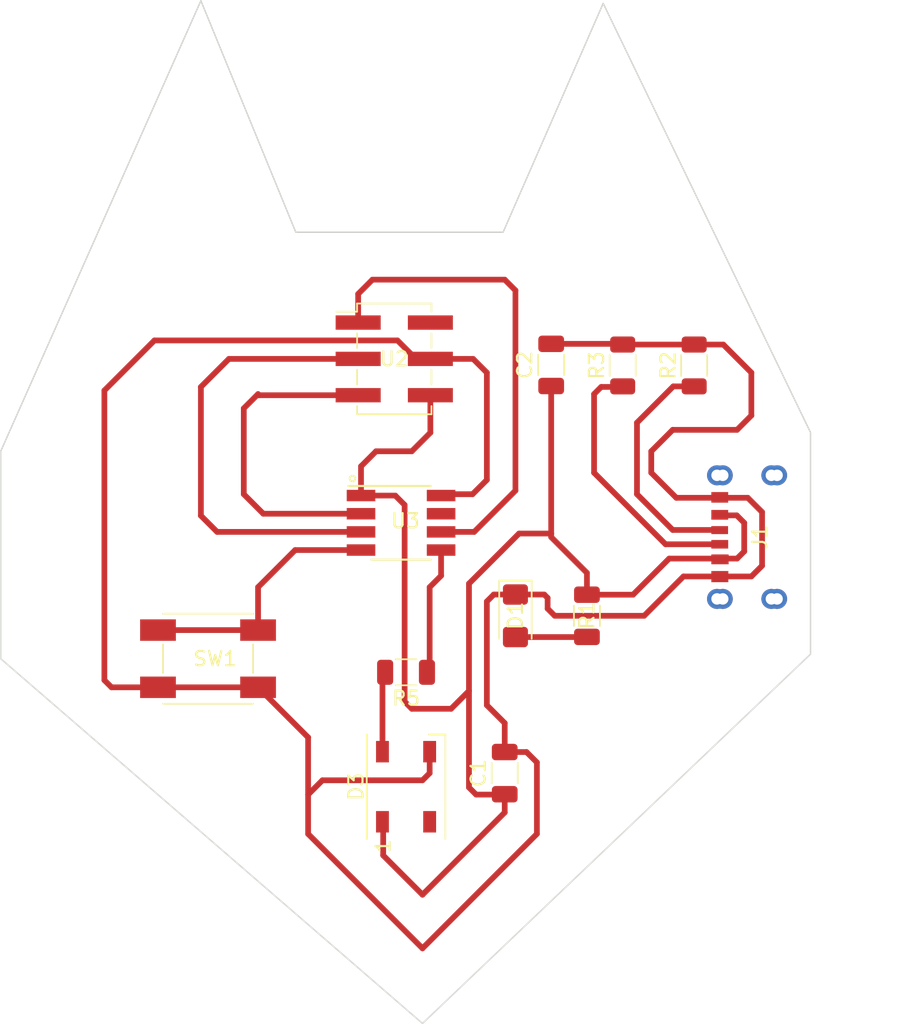
<source format=kicad_pcb>
(kicad_pcb (version 20221018) (generator pcbnew)
  (layers (0 "F.Cu" signal) (31 "B.Cu" signal) (34 "B.Paste" user) (35 "F.Paste" user) (36 "B.SilkS" user "B.Silkscreen") (37 "F.SilkS" user "F.Silkscreen") (38 "B.Mask" user) (39 "F.Mask" user) (44 "Edge.Cuts" user))
  (net 0 "")
  (net 1 "+5V")
  (net 3 "GND")
  (net 4 "Net-(D3-DIN)")
  (net 5 "Net-(U3-PA1{slash}SDA)")
  (net 6 "TX")
  (net 7 "RX")
  (net 8 "RGB")
  (net 9 "Net-(U2-UPDI)")
  (net 11 "Net-(D1-A)")
  (net 12 "Net-(J1-CC1)")
  (net 13 "Net-(J1-CC2)")
  (footprint "fab:PinHeader_2x03_P2.54mm_Vertical_SMD" (layer "F.Cu") (at 152.525 40.04)
    (fp_text reference "U2" (at 0 0) (layer "F.SilkS"))
    (fp_text value "~")
    (fp_line (start -4.04 -3.3) (end -2.6 -3.3) (stroke (width 0.12)) (layer "F.SilkS"))
    (fp_line (start -2.6 -3.87) (end -2.6 -3.3) (stroke (width 0.12)) (layer "F.SilkS"))
    (fp_line (start -2.6 -3.87) (end 2.6 -3.87) (stroke (width 0.12)) (layer "F.SilkS"))
    (fp_line (start -2.6 -1.78) (end -2.6 -0.76) (stroke (width 0.12)) (layer "F.SilkS"))
    (fp_line (start -2.6 0.76) (end -2.6 1.78) (stroke (width 0.12)) (layer "F.SilkS"))
    (fp_line (start -2.6 3.3) (end -2.6 3.87) (stroke (width 0.12)) (layer "F.SilkS"))
    (fp_line (start -2.6 3.87) (end 2.6 3.87) (stroke (width 0.12)) (layer "F.SilkS"))
    (fp_line (start 2.6 -3.87) (end 2.6 -3.3) (stroke (width 0.12)) (layer "F.SilkS"))
    (fp_line (start 2.6 -1.78) (end 2.6 -0.76) (stroke (width 0.12)) (layer "F.SilkS"))
    (fp_line (start 2.6 0.76) (end 2.6 1.78) (stroke (width 0.12)) (layer "F.SilkS"))
    (fp_line (start 2.6 3.3) (end 2.6 3.87) (stroke (width 0.12)) (layer "F.SilkS"))
    (pad "1" smd rect (at -2.525 -2.54) (size 3.15 1) (layers "F.Cu" "F.Paste" "F.Mask") (net 9 "Net-(U2-UPDI)"))
    (pad "2" smd rect (at 2.525 -2.54) (size 3.15 1) (layers "F.Cu" "F.Paste" "F.Mask"))
    (pad "3" smd rect (at -2.525 0) (size 3.15 1) (layers "F.Cu" "F.Paste" "F.Mask") (net 7 "RX"))
    (pad "4" smd rect (at 2.525 0) (size 3.15 1) (layers "F.Cu" "F.Paste" "F.Mask") (net 3 "GND"))
    (pad "5" smd rect (at -2.525 2.54) (size 3.15 1) (layers "F.Cu" "F.Paste" "F.Mask") (net 6 "TX"))
    (pad "6" smd rect (at 2.525 2.54) (size 3.15 1) (layers "F.Cu" "F.Paste" "F.Mask") (net 1 "+5V"))
  )
  (footprint "fab:Button_Omron_B3SN_6.0x6.0mm" (layer "F.Cu") (at 139.5 61)
    (fp_text reference "SW1" (at 0.5 0) (layer "F.SilkS"))
    (fp_text value "Button_Omron_B3SN_6.0x6.0mm")
    (fp_line (start -3.15 -3.15) (end 3.15 -3.15) (stroke (width 0.12)) (layer "F.SilkS"))
    (fp_line (start -3.15 1) (end -3.15 -1) (stroke (width 0.12)) (layer "F.SilkS"))
    (fp_line (start 3.15 -1) (end 3.15 1) (stroke (width 0.12)) (layer "F.SilkS"))
    (fp_line (start 3.15 3.15) (end -3.15 3.15) (stroke (width 0.12)) (layer "F.SilkS"))
    (pad "1" smd rect (at -3.5 -2) (size 2.5 1.5) (layers "F.Cu" "F.Paste" "F.Mask") (net 5 "Net-(U3-PA1{slash}SDA)"))
    (pad "1" smd rect (at 3.5 -2) (size 2.5 1.5) (layers "F.Cu" "F.Paste" "F.Mask") (net 5 "Net-(U3-PA1{slash}SDA)"))
    (pad "2" smd rect (at -3.5 2) (size 2.5 1.5) (layers "F.Cu" "F.Paste" "F.Mask") (net 3 "GND"))
    (pad "2" smd rect (at 3.5 2) (size 2.5 1.5) (layers "F.Cu" "F.Paste" "F.Mask") (net 3 "GND"))
  )
  (footprint "Capacitor_SMD:C_1206_3216Metric" (layer "F.Cu") (at 163.5 40.4625 90)
    (fp_text reference "C2" (at 0 -1.85 90) (layer "F.SilkS"))
    (fp_text value "C")
    (fp_line (start -0.711252 -0.91) (end 0.711252 -0.91) (stroke (width 0.12)) (layer "F.SilkS"))
    (fp_line (start -0.711252 0.91) (end 0.711252 0.91) (stroke (width 0.12)) (layer "F.SilkS"))
    (pad "1" smd roundrect (at -1.475 0 90) (size 1.15 1.8) (layers "F.Cu" "F.Paste" "F.Mask") (roundrect_rratio 0.2173913043) (net 1 "+5V"))
    (pad "2" smd roundrect (at 1.475 0 90) (size 1.15 1.8) (layers "F.Cu" "F.Paste" "F.Mask") (roundrect_rratio 0.2173913043) (net 3 "GND"))
  )
  (footprint "fab:Conn_USB_C_Socket_GCT_USB4125-GF-A-0190" (layer "F.Cu") (at 175.3 52.5 90)
    (fp_text reference "J1" (at 0 2.8 90 unlocked) (layer "F.SilkS"))
    (fp_text value "USB_C_Receptacle_PowerOnly_6P")
    (pad "A5" smd rect (at -0.5 -0.01 90) (size 0.6 1.18) (layers "F.Cu" "F.Paste" "F.Mask") (net 12 "Net-(J1-CC1)"))
    (pad "A9" smd rect (at 1.56 -0.01 90) (size 0.68 1.18) (layers "F.Cu" "F.Paste" "F.Mask") (net 1 "+5V"))
    (pad "A12" smd rect (at 2.78 -0.01 90) (size 0.74 1.18) (layers "F.Cu" "F.Paste" "F.Mask") (net 3 "GND"))
    (pad "B5" smd rect (at 0.49 -0.015 90) (size 0.56 1.17) (layers "F.Cu" "F.Paste" "F.Mask") (net 13 "Net-(J1-CC2)"))
    (pad "B9" smd rect (at -1.555 0.005 90) (size 0.69 1.21) (layers "F.Cu" "F.Paste" "F.Mask") (net 1 "+5V"))
    (pad "B12" smd rect (at -2.76 -0.005 90) (size 0.78 1.19) (layers "F.Cu" "F.Paste" "F.Mask") (net 3 "GND"))
    (pad "S1" thru_hole circle (at -4.32 -0.2 90) (size 1.4 1.4) (drill 0.8) (layers "*.Cu" "*.Mask"))
    (pad "S1" thru_hole circle (at -4.32 0.2 90) (size 1.4 1.4) (drill 0.8) (layers "*.Cu" "*.Mask"))
    (pad "S1" thru_hole circle (at -4.32 3.6 90) (size 1.4 1.4) (drill 0.8) (layers "*.Cu" "*.Mask"))
    (pad "S1" thru_hole circle (at -4.32 4 90) (size 1.4 1.4) (drill 0.8) (layers "*.Cu" "*.Mask"))
    (pad "S1" thru_hole circle (at 4.32 -0.2 90) (size 1.4 1.4) (drill 0.8) (layers "*.Cu" "*.Mask"))
    (pad "S1" thru_hole circle (at 4.32 0.2 90) (size 1.4 1.4) (drill 0.8) (layers "*.Cu" "*.Mask"))
    (pad "S1" thru_hole circle (at 4.32 3.6 90) (size 1.4 1.4) (drill 0.8) (layers "*.Cu" "*.Mask"))
    (pad "S1" thru_hole circle (at 4.32 4 90) (size 1.4 1.4) (drill 0.8) (layers "*.Cu" "*.Mask"))
  )
  (footprint "LED_SMD:LED_1206_3216Metric_Pad1.42x1.75mm_HandSolder" (layer "F.Cu") (at 161 58 -90)
    (fp_text reference "D1" (at 0 0 90) (layer "F.SilkS"))
    (fp_text value "LED")
    (fp_line (start -2.46 -1.135) (end -2.46 1.135) (stroke (width 0.12)) (layer "F.SilkS"))
    (fp_line (start -2.46 1.135) (end 1.6 1.135) (stroke (width 0.12)) (layer "F.SilkS"))
    (fp_line (start 1.6 -1.135) (end -2.46 -1.135) (stroke (width 0.12)) (layer "F.SilkS"))
    (pad "1" smd roundrect (at -1.4875 0 270) (size 1.425 1.75) (layers "F.Cu" "F.Paste" "F.Mask") (roundrect_rratio 0.1754392982) (net 3 "GND"))
    (pad "2" smd roundrect (at 1.4875 0 270) (size 1.425 1.75) (layers "F.Cu" "F.Paste" "F.Mask") (roundrect_rratio 0.1754392982) (net 11 "Net-(D1-A)"))
  )
  (footprint "fab:SOIC-8_3.9x4.9mm_P1.27mm" (layer "F.Cu") (at 153 51.5)
    (fp_text reference "U3" (at 0.3 -0.135) (layer "F.SilkS"))
    (fp_text value "Microcontroller_ATtiny412_SSFR")
    (fp_line (start -3.69 -2.575) (end 2.075 -2.575) (stroke (width 0.15)) (layer "F.SilkS"))
    (fp_line (start -2.075 2.575) (end 2.075 2.575) (stroke (width 0.15)) (layer "F.SilkS"))
    (fp_circle (center -3.4 -3.1) (end -3.2 -3.1) (stroke (width 0.12)) (fill none) (layer "F.SilkS"))
    (pad "1" smd rect (at -2.8 -1.905) (size 2 0.8) (layers "F.Cu" "F.Paste" "F.Mask") (net 1 "+5V"))
    (pad "2" smd rect (at -2.8 -0.635) (size 2 0.8) (layers "F.Cu" "F.Paste" "F.Mask") (net 6 "TX"))
    (pad "3" smd rect (at -2.8 0.635) (size 2 0.8) (layers "F.Cu" "F.Paste" "F.Mask") (net 7 "RX"))
    (pad "4" smd rect (at -2.8 1.905) (size 2 0.8) (layers "F.Cu" "F.Paste" "F.Mask") (net 5 "Net-(U3-PA1{slash}SDA)"))
    (pad "5" smd rect (at 2.8 1.905) (size 2 0.8) (layers "F.Cu" "F.Paste" "F.Mask") (net 8 "RGB"))
    (pad "6" smd rect (at 2.8 0.635) (size 2 0.8) (layers "F.Cu" "F.Paste" "F.Mask") (net 9 "Net-(U2-UPDI)"))
    (pad "7" smd rect (at 2.8 -0.635) (size 2 0.8) (layers "F.Cu" "F.Paste" "F.Mask"))
    (pad "8" smd rect (at 2.8 -1.905) (size 2 0.8) (layers "F.Cu" "F.Paste" "F.Mask") (net 3 "GND"))
  )
  (footprint "Capacitor_SMD:C_1206_3216Metric" (layer "F.Cu") (at 166 58 -90)
    (fp_text reference "R1" (at -0.025 0 90) (layer "F.SilkS"))
    (fp_text value "R_US")
    (fp_line (start -0.711252 -0.91) (end 0.711252 -0.91) (stroke (width 0.12)) (layer "F.SilkS"))
    (fp_line (start -0.711252 0.91) (end 0.711252 0.91) (stroke (width 0.12)) (layer "F.SilkS"))
    (pad "1" smd roundrect (at -1.475 0 270) (size 1.15 1.8) (layers "F.Cu" "F.Paste" "F.Mask") (roundrect_rratio 0.2173913043) (net 1 "+5V"))
    (pad "2" smd roundrect (at 1.475 0 270) (size 1.15 1.8) (layers "F.Cu" "F.Paste" "F.Mask") (roundrect_rratio 0.2173913043) (net 11 "Net-(D1-A)"))
  )
  (footprint "Resistor_SMD:R_1206_3216Metric" (layer "F.Cu") (at 153.35 61.95 180)
    (fp_text reference "R5" (at 0 -1.82) (layer "F.SilkS"))
    (fp_text value "300")
    (fp_line (start -0.727064 -0.91) (end 0.727064 -0.91) (stroke (width 0.12)) (layer "F.SilkS"))
    (fp_line (start -0.727064 0.91) (end 0.727064 0.91) (stroke (width 0.12)) (layer "F.SilkS"))
    (pad "1" smd roundrect (at -1.4625 0 180) (size 1.125 1.75) (layers "F.Cu" "F.Paste" "F.Mask") (roundrect_rratio 0.2222222222) (net 8 "RGB"))
    (pad "2" smd roundrect (at 1.4625 0 180) (size 1.125 1.75) (layers "F.Cu" "F.Paste" "F.Mask") (roundrect_rratio 0.2222222222) (net 4 "Net-(D3-DIN)"))
  )
  (footprint "Resistor_SMD:R_1206_3216Metric" (layer "F.Cu") (at 168.5 40.5 90)
    (fp_text reference "R3" (at 0 -1.82 90) (layer "F.SilkS"))
    (fp_text value "5k")
    (fp_line (start -0.727064 -0.91) (end 0.727064 -0.91) (stroke (width 0.12)) (layer "F.SilkS"))
    (fp_line (start -0.727064 0.91) (end 0.727064 0.91) (stroke (width 0.12)) (layer "F.SilkS"))
    (pad "1" smd roundrect (at -1.4625 0 90) (size 1.125 1.75) (layers "F.Cu" "F.Paste" "F.Mask") (roundrect_rratio 0.2222222222) (net 12 "Net-(J1-CC1)"))
    (pad "2" smd roundrect (at 1.4625 0 90) (size 1.125 1.75) (layers "F.Cu" "F.Paste" "F.Mask") (roundrect_rratio 0.2222222222) (net 3 "GND"))
  )
  (footprint "Resistor_SMD:R_1206_3216Metric" (layer "F.Cu") (at 173.5 40.5 90)
    (fp_text reference "R2" (at 0 -1.82 90) (layer "F.SilkS"))
    (fp_text value "5k")
    (fp_line (start -0.727064 -0.91) (end 0.727064 -0.91) (stroke (width 0.12)) (layer "F.SilkS"))
    (fp_line (start -0.727064 0.91) (end 0.727064 0.91) (stroke (width 0.12)) (layer "F.SilkS"))
    (pad "1" smd roundrect (at -1.4625 0 90) (size 1.125 1.75) (layers "F.Cu" "F.Paste" "F.Mask") (roundrect_rratio 0.2222222222) (net 13 "Net-(J1-CC2)"))
    (pad "2" smd roundrect (at 1.4625 0 90) (size 1.125 1.75) (layers "F.Cu" "F.Paste" "F.Mask") (roundrect_rratio 0.2222222222) (net 3 "GND"))
  )
  (footprint "LED_SMD:LED_WS2812B_PLCC4_5.0x5.0mm_P3.2mm" (layer "F.Cu") (at 153.35 69.95 90)
    (fp_text reference "D3" (at 0 -3.5 90) (layer "F.SilkS"))
    (fp_text value "WS2812B")
    (fp_text user "1" (at -4.15 -1.6 90) (layer "F.SilkS"))
    (fp_line (start -3.65 -2.75) (end 3.65 -2.75) (stroke (width 0.12)) (layer "F.SilkS"))
    (fp_line (start -3.65 2.75) (end 3.65 2.75) (stroke (width 0.12)) (layer "F.SilkS"))
    (fp_line (start 3.65 2.75) (end 3.65 1.6) (stroke (width 0.12)) (layer "F.SilkS"))
    (pad "1" smd rect (at -2.45 -1.65 90) (size 1.5 0.9) (layers "F.Cu" "F.Paste" "F.Mask") (net 1 "+5V"))
    (pad "2" smd rect (at -2.45 1.65 90) (size 1.5 0.9) (layers "F.Cu" "F.Paste" "F.Mask"))
    (pad "3" smd rect (at 2.45 1.65 90) (size 1.5 0.9) (layers "F.Cu" "F.Paste" "F.Mask") (net 3 "GND"))
    (pad "4" smd rect (at 2.45 -1.65 90) (size 1.5 0.9) (layers "F.Cu" "F.Paste" "F.Mask") (net 4 "Net-(D3-DIN)"))
  )
  (footprint "Capacitor_SMD:C_1206_3216Metric" (layer "F.Cu") (at 160.25 69 90)
    (fp_text reference "C1" (at 0 -1.85 90) (layer "F.SilkS"))
    (fp_text value "C")
    (fp_line (start -0.711252 -0.91) (end 0.711252 -0.91) (stroke (width 0.12)) (layer "F.SilkS"))
    (fp_line (start -0.711252 0.91) (end 0.711252 0.91) (stroke (width 0.12)) (layer "F.SilkS"))
    (pad "1" smd roundrect (at -1.475 0 90) (size 1.15 1.8) (layers "F.Cu" "F.Paste" "F.Mask") (roundrect_rratio 0.2173913043) (net 1 "+5V"))
    (pad "2" smd roundrect (at 1.475 0 90) (size 1.15 1.8) (layers "F.Cu" "F.Paste" "F.Mask") (roundrect_rratio 0.2173913043) (net 3 "GND"))
  )
  (gr_poly (pts (xy 181.6375 45.185) (xy 167.1375 15.185) (xy 160.1375 31.185) (xy 145.6375 31.185) (xy 139 15) (xy 125 46.5) (xy 125 61) (xy 154.5 86.5) (xy 181.6375 60.685)) (stroke (width 0.1)) (fill none) (layer "Edge.Cuts"))
  (segment (start 153.25 64) (end 153.75 64.5) (width 0.4) (layer "F.Cu") (net 1))
  (segment (start 160.25 71.75) (end 160.25 70.475) (width 0.4) (layer "F.Cu") (net 1))
  (segment (start 151.25 46.5) (end 150.2 47.55) (width 0.4) (layer "F.Cu") (net 1))
  (segment (start 161.25 52.25) (end 157.75 55.75) (width 0.4) (layer "F.Cu") (net 1))
  (segment (start 166 56.525) (end 169.225 56.525) (width 0.4) (layer "F.Cu") (net 1))
  (segment (start 151.75 72.45) (end 151.75 74.75) (width 0.4) (layer "F.Cu") (net 1))
  (segment (start 153.25 50.25) (end 153.25 64) (width 0.4) (layer "F.Cu") (net 1))
  (segment (start 175.32 54) (end 175.3 54.02) (width 0.4) (layer "F.Cu") (net 1))
  (segment (start 150.2 47.55) (end 150.2 49.595) (width 0.4) (layer "F.Cu") (net 1))
  (segment (start 163.5 52.25) (end 161.25 52.25) (width 0.4) (layer "F.Cu") (net 1))
  (segment (start 151.75 74.75) (end 154.5 77.5) (width 0.4) (layer "F.Cu") (net 1))
  (segment (start 157.75 63.25) (end 157.75 70) (width 0.4) (layer "F.Cu") (net 1))
  (segment (start 157.75 55.75) (end 157.75 63.25) (width 0.4) (layer "F.Cu") (net 1))
  (segment (start 169.225 56.525) (end 171.75 54) (width 0.4) (layer "F.Cu") (net 1))
  (segment (start 155.05 42.58) (end 155.05 45.2) (width 0.4) (layer "F.Cu") (net 1))
  (segment (start 153.75 46.5) (end 151.25 46.5) (width 0.4) (layer "F.Cu") (net 1))
  (segment (start 158.25 70.5) (end 160.225 70.5) (width 0.4) (layer "F.Cu") (net 1))
  (segment (start 163.5 52.25) (end 163.5 52.5) (width 0.4) (layer "F.Cu") (net 1))
  (segment (start 166 55) (end 166 56.525) (width 0.4) (layer "F.Cu") (net 1))
  (segment (start 175.3 50.98) (end 176.48 50.98) (width 0.4) (layer "F.Cu") (net 1))
  (segment (start 171.75 54) (end 175.28 54) (width 0.4) (layer "F.Cu") (net 1))
  (segment (start 176.5 54) (end 175.32 54) (width 0.4) (layer "F.Cu") (net 1))
  (segment (start 155.05 45.2) (end 153.75 46.5) (width 0.4) (layer "F.Cu") (net 1))
  (segment (start 177 51.5) (end 177 53.5) (width 0.4) (layer "F.Cu") (net 1))
  (segment (start 153.75 64.5) (end 156.5 64.5) (width 0.4) (layer "F.Cu") (net 1))
  (segment (start 150.2 49.595) (end 152.595 49.595) (width 0.4) (layer "F.Cu") (net 1))
  (segment (start 175.28 54) (end 175.3 54.02) (width 0.4) (layer "F.Cu") (net 1))
  (segment (start 177 53.5) (end 176.5 54) (width 0.4) (layer "F.Cu") (net 1))
  (segment (start 176.48 50.98) (end 177 51.5) (width 0.4) (layer "F.Cu") (net 1))
  (segment (start 157.75 70) (end 158.25 70.5) (width 0.4) (layer "F.Cu") (net 1))
  (segment (start 154.5 77.5) (end 160.25 71.75) (width 0.4) (layer "F.Cu") (net 1))
  (segment (start 156.5 64.5) (end 157.75 63.25) (width 0.4) (layer "F.Cu") (net 1))
  (segment (start 160.225 70.5) (end 160.25 70.475) (width 0.4) (layer "F.Cu") (net 1))
  (segment (start 152.595 49.595) (end 153.25 50.25) (width 0.4) (layer "F.Cu") (net 1))
  (segment (start 163.5 41.9375) (end 163.5 52.25) (width 0.4) (layer "F.Cu") (net 1))
  (segment (start 151.7 72.4) (end 151.75 72.45) (width 0.4) (layer "F.Cu") (net 1))
  (segment (start 163.5 52.5) (end 166 55) (width 0.4) (layer "F.Cu") (net 1))
  (segment (start 154.5 69.5) (end 147.5 69.5) (width 0.4) (layer "F.Cu") (net 3))
  (segment (start 162.5 68.25) (end 161.775 67.525) (width 0.4) (layer "F.Cu") (net 3))
  (segment (start 158.04 40.04) (end 159 41) (width 0.4) (layer "F.Cu") (net 3))
  (segment (start 170.5 46.5) (end 170.5 48) (width 0.4) (layer "F.Cu") (net 3))
  (segment (start 161 56.5125) (end 163.0125 56.5125) (width 0.4) (layer "F.Cu") (net 3))
  (segment (start 159 57) (end 159.4875 56.5125) (width 0.4) (layer "F.Cu") (net 3))
  (segment (start 155.895 49.5) (end 155.8 49.595) (width 0.4) (layer "F.Cu") (net 3))
  (segment (start 155 69) (end 154.5 69.5) (width 0.4) (layer "F.Cu") (net 3))
  (segment (start 146.5 73.25) (end 154.5 81.25) (width 0.4) (layer "F.Cu") (net 3))
  (segment (start 146.5 66.5) (end 146.5 70.5) (width 0.4) (layer "F.Cu") (net 3))
  (segment (start 163.25 56.75) (end 163.25 57.5) (width 0.4) (layer "F.Cu") (net 3))
  (segment (start 159 41) (end 159 48.5) (width 0.4) (layer "F.Cu") (net 3))
  (segment (start 132.25 42.25) (end 132.25 62.5) (width 0.4) (layer "F.Cu") (net 3))
  (segment (start 158 49.5) (end 155.895 49.5) (width 0.4) (layer "F.Cu") (net 3))
  (segment (start 160.225 67.5) (end 160.25 67.525) (width 0.4) (layer "F.Cu") (net 3))
  (segment (start 172 45) (end 170.5 46.5) (width 0.4) (layer "F.Cu") (net 3))
  (segment (start 172.25 49.75) (end 175.3375 49.75) (width 0.4) (layer "F.Cu") (net 3))
  (segment (start 159.4875 56.5125) (end 161 56.5125) (width 0.4) (layer "F.Cu") (net 3))
  (segment (start 152.75 38.75) (end 135.75 38.75) (width 0.4) (layer "F.Cu") (net 3))
  (segment (start 163.25 57.5) (end 163.75 58) (width 0.4) (layer "F.Cu") (net 3))
  (segment (start 159 64.25) (end 159 57) (width 0.4) (layer "F.Cu") (net 3))
  (segment (start 163.5 38.9875) (end 168.45 38.9875) (width 0.4) (layer "F.Cu") (net 3))
  (segment (start 175.3 49.75) (end 177.25 49.75) (width 0.4) (layer "F.Cu") (net 3))
  (segment (start 178.25 54.5) (end 177.5 55.25) (width 0.4) (layer "F.Cu") (net 3))
  (segment (start 143 63) (end 146.5 66.5) (width 0.4) (layer "F.Cu") (net 3))
  (segment (start 163.75 58) (end 170 58) (width 0.4) (layer "F.Cu") (net 3))
  (segment (start 176.5 45) (end 172 45) (width 0.4) (layer "F.Cu") (net 3))
  (segment (start 146.5 70.5) (end 146.5 73.25) (width 0.4) (layer "F.Cu") (net 3))
  (segment (start 136 63) (end 143 63) (width 0.4) (layer "F.Cu") (net 3))
  (segment (start 147.5 69.5) (end 146.5 70.5) (width 0.4) (layer "F.Cu") (net 3))
  (segment (start 172.75 55.25) (end 175.3 55.25) (width 0.4) (layer "F.Cu") (net 3))
  (segment (start 160.25 67.525) (end 160.25 65.5) (width 0.4) (layer "F.Cu") (net 3))
  (segment (start 178.25 50.75) (end 178.25 54.5) (width 0.4) (layer "F.Cu") (net 3))
  (segment (start 170.5 48) (end 172.25 49.75) (width 0.4) (layer "F.Cu") (net 3))
  (segment (start 163.0125 56.5125) (end 163.25 56.75) (width 0.4) (layer "F.Cu") (net 3))
  (segment (start 160.25 65.5) (end 159 64.25) (width 0.4) (layer "F.Cu") (net 3))
  (segment (start 173.5 39.0375) (end 175.5375 39.0375) (width 0.4) (layer "F.Cu") (net 3))
  (segment (start 154.5 81.25) (end 162.5 73.25) (width 0.4) (layer "F.Cu") (net 3))
  (segment (start 177.5 55.25) (end 175.3 55.25) (width 0.4) (layer "F.Cu") (net 3))
  (segment (start 155.05 40.04) (end 158.04 40.04) (width 0.4) (layer "F.Cu") (net 3))
  (segment (start 168.45 38.9875) (end 168.5 39.0375) (width 0.4) (layer "F.Cu") (net 3))
  (segment (start 161.775 67.525) (end 160.25 67.525) (width 0.4) (layer "F.Cu") (net 3))
  (segment (start 135.75 38.75) (end 132.25 42.25) (width 0.4) (layer "F.Cu") (net 3))
  (segment (start 170 58) (end 172.75 55.25) (width 0.4) (layer "F.Cu") (net 3))
  (segment (start 132.25 62.5) (end 132.75 63) (width 0.4) (layer "F.Cu") (net 3))
  (segment (start 168.5 39.0375) (end 173.5 39.0375) (width 0.4) (layer "F.Cu") (net 3))
  (segment (start 175.5375 39.0375) (end 177.5 41) (width 0.4) (layer "F.Cu") (net 3))
  (segment (start 132.75 63) (end 136 63) (width 0.4) (layer "F.Cu") (net 3))
  (segment (start 177.5 41) (end 177.5 44) (width 0.4) (layer "F.Cu") (net 3))
  (segment (start 155.05 40.04) (end 154.04 40.04) (width 0.4) (layer "F.Cu") (net 3))
  (segment (start 177.25 49.75) (end 178.25 50.75) (width 0.4) (layer "F.Cu") (net 3))
  (segment (start 154.04 40.04) (end 152.75 38.75) (width 0.4) (layer "F.Cu") (net 3))
  (segment (start 155 67.5) (end 155 69) (width 0.4) (layer "F.Cu") (net 3))
  (segment (start 159 48.5) (end 158 49.5) (width 0.4) (layer "F.Cu") (net 3))
  (segment (start 162.5 73.25) (end 162.5 68.25) (width 0.4) (layer "F.Cu") (net 3))
  (segment (start 177.5 44) (end 176.5 45) (width 0.4) (layer "F.Cu") (net 3))
  (segment (start 151.7 67.5) (end 151.7 62.1375) (width 0.4) (layer "F.Cu") (net 4))
  (segment (start 151.7 62.1375) (end 151.8875 61.95) (width 0.4) (layer "F.Cu") (net 4))
  (segment (start 145.595 53.405) (end 150.2 53.405) (width 0.4) (layer "F.Cu") (net 5))
  (segment (start 143 56) (end 145.595 53.405) (width 0.4) (layer "F.Cu") (net 5))
  (segment (start 143 59) (end 143 56) (width 0.4) (layer "F.Cu") (net 5))
  (segment (start 136 59) (end 143 59) (width 0.4) (layer "F.Cu") (net 5))
  (segment (start 150 42.58) (end 143.08 42.58) (width 0.4) (layer "F.Cu") (net 6))
  (segment (start 143.08 42.58) (end 143 42.5) (width 0.4) (layer "F.Cu") (net 6))
  (segment (start 142 43.5) (end 142 49.5) (width 0.4) (layer "F.Cu") (net 6))
  (segment (start 143 42.5) (end 142 43.5) (width 0.4) (layer "F.Cu") (net 6))
  (segment (start 142 49.5) (end 143.365 50.865) (width 0.4) (layer "F.Cu") (net 6))
  (segment (start 143.365 50.865) (end 150.2 50.865) (width 0.4) (layer "F.Cu") (net 6))
  (segment (start 140.135 52.135) (end 150.2 52.135) (width 0.4) (layer "F.Cu") (net 7))
  (segment (start 140.96 40.04) (end 150 40.04) (width 0.4) (layer "F.Cu") (net 7))
  (segment (start 139 42) (end 140.96 40.04) (width 0.4) (layer "F.Cu") (net 7))
  (segment (start 139 51) (end 139 42) (width 0.4) (layer "F.Cu") (net 7))
  (segment (start 139 51) (end 140.135 52.135) (width 0.4) (layer "F.Cu") (net 7))
  (segment (start 155 61.7625) (end 154.8125 61.95) (width 0.4) (layer "F.Cu") (net 8))
  (segment (start 155 56) (end 155 61.7625) (width 0.4) (layer "F.Cu") (net 8))
  (segment (start 155.8 55.2) (end 155.8 53.405) (width 0.4) (layer "F.Cu") (net 8))
  (segment (start 155 56) (end 155.8 55.2) (width 0.4) (layer "F.Cu") (net 8))
  (segment (start 160.25 34.5) (end 151 34.5) (width 0.4) (layer "F.Cu") (net 9))
  (segment (start 158.115 52.135) (end 161 49.25) (width 0.4) (layer "F.Cu") (net 9))
  (segment (start 161 49.25) (end 161 35.25) (width 0.4) (layer "F.Cu") (net 9))
  (segment (start 151 34.5) (end 150 35.5) (width 0.4) (layer "F.Cu") (net 9))
  (segment (start 161 35.25) (end 160.25 34.5) (width 0.4) (layer "F.Cu") (net 9))
  (segment (start 150 35.5) (end 150 37.5) (width 0.4) (layer "F.Cu") (net 9))
  (segment (start 155.8 52.135) (end 158.115 52.135) (width 0.4) (layer "F.Cu") (net 9))
  (segment (start 161 59.4875) (end 165.9875 59.4875) (width 0.4) (layer "F.Cu") (net 11))
  (segment (start 165.9875 59.4875) (end 166 59.475) (width 0.4) (layer "F.Cu") (net 11))
  (segment (start 168.4625 42) (end 168.5 41.9625) (width 0.4) (layer "F.Cu") (net 12))
  (segment (start 167 42) (end 168.4625 42) (width 0.4) (layer "F.Cu") (net 12))
  (segment (start 171.5 53) (end 166.5 48) (width 0.4) (layer "F.Cu") (net 12))
  (segment (start 175.3 53) (end 171.5 53) (width 0.4) (layer "F.Cu") (net 12))
  (segment (start 166.5 48) (end 166.5 42.5) (width 0.4) (layer "F.Cu") (net 12))
  (segment (start 166.5 42.5) (end 167 42) (width 0.4) (layer "F.Cu") (net 12))
  (segment (start 172 52) (end 175.3 52) (width 0.4) (layer "F.Cu") (net 13))
  (segment (start 173.5 41.9625) (end 172.0375 41.9625) (width 0.4) (layer "F.Cu") (net 13))
  (segment (start 169.5 49.5) (end 172 52) (width 0.4) (layer "F.Cu") (net 13))
  (segment (start 172.0375 41.9625) (end 169.5 44.5) (width 0.4) (layer "F.Cu") (net 13))
  (segment (start 169.5 44.5) (end 169.5 49.5) (width 0.4) (layer "F.Cu") (net 13))
)
</source>
